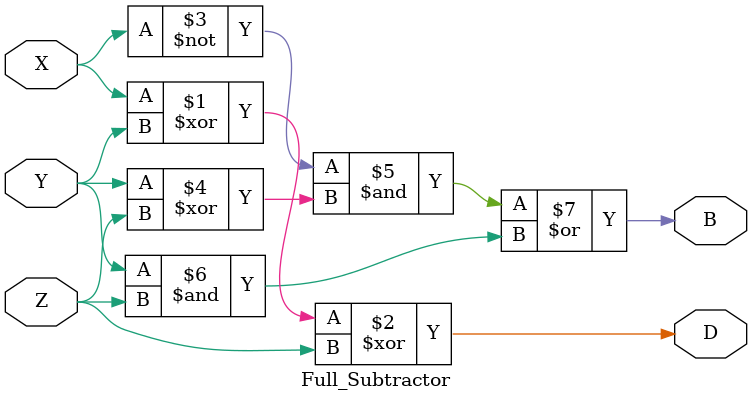
<source format=sv>
`timescale 1ns / 1ps
module Full_Subtractor(
  output D, B, input X, Y, Z
);
  
 
assign D = X ^ Y ^ Z;
  
assign B = ~X & (Y^Z) | Y & Z;
  
endmodule
</source>
